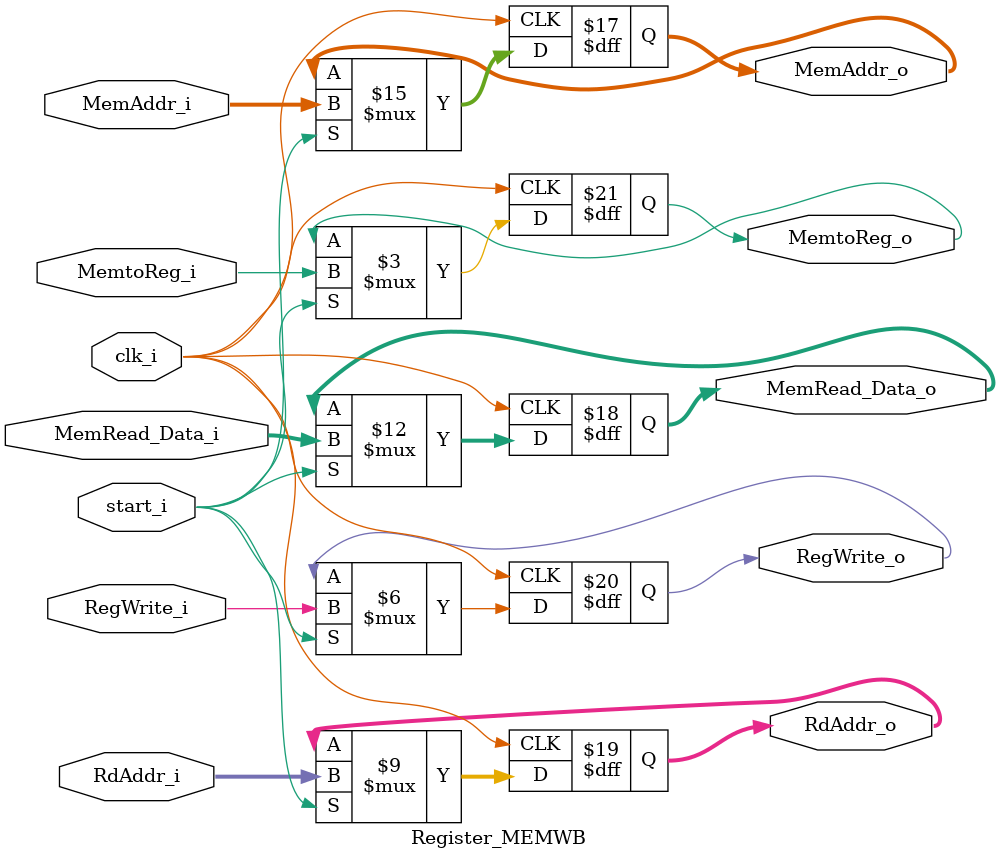
<source format=v>
module Register_MEMWB (
	clk_i, 
	start_i,

	MemAddr_i,
	MemRead_Data_i,
	RdAddr_i,

	MemAddr_o,
	MemRead_Data_o,
	RdAddr_o,

	RegWrite_i,
	MemtoReg_i,

	RegWrite_o,
	MemtoReg_o
);

input clk_i,start_i;
input 	[31:0] 		MemAddr_i,MemRead_Data_i;
input 	[4:0]		RdAddr_i;
input RegWrite_i, MemtoReg_i;

output 	[31:0] 		MemAddr_o,MemRead_Data_o;
output 	[4:0]		RdAddr_o;
output RegWrite_o, MemtoReg_o;

reg 	[31:0] 		MemAddr_o,MemRead_Data_o;
reg 	[4:0]		RdAddr_o;
reg RegWrite_o, MemtoReg_o;

always @(posedge clk_i) begin
	if(start_i)	begin
		MemAddr_o			<= MemAddr_i;		
		MemRead_Data_o		<= MemRead_Data_i;		
		RdAddr_o			<= RdAddr_i;		
		
		RegWrite_o          <= RegWrite_i; 
        MemtoReg_o          <= MemtoReg_i;

	end
	else begin
		MemAddr_o			<= MemAddr_o;		
		MemRead_Data_o		<= MemRead_Data_o;		
		RdAddr_o			<= RdAddr_o;		
		
		RegWrite_o          <= RegWrite_o; 
        MemtoReg_o          <= MemtoReg_o;

	end
end

endmodule
</source>
